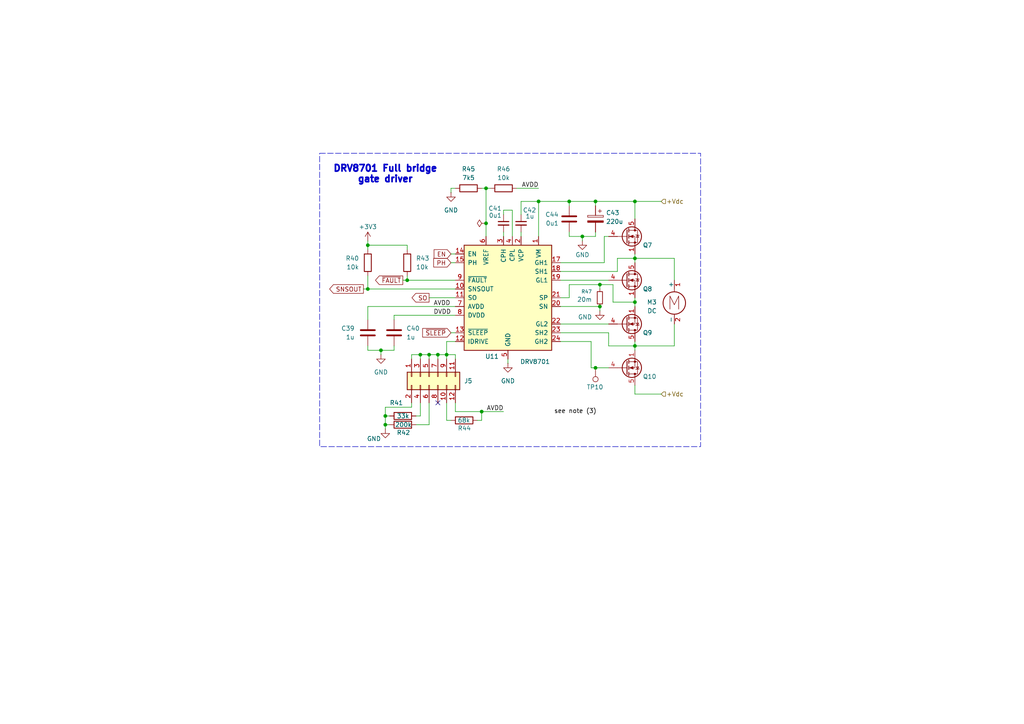
<source format=kicad_sch>
(kicad_sch (version 20250114) (generator "eeschema") (generator_version "9.0")
  (paper "A4")
  (title_block (title "Motor Power POC") (date "2025-11-30") (rev "01") (company "Rémi Ait-Younes"))
  (lib_symbols
    (symbol "Connector:TestPoint" (pin_numbers (hide yes)) (pin_names (offset 0.762) (hide yes))
      (property "Reference" "TP" (at 0 6.858 0))
      (property "Value" "TestPoint" (at 0 5.08 0))
      (symbol "TestPoint_0_1"
        (circle (center 0 3.302) (radius 0.762))
      )
      (symbol "TestPoint_1_1"
        (pin passive line (at 0 0 90) (length 2.54) (name "1") (number "1"))
      )
    )
    (symbol "Connector_Generic:Conn_02x06_Odd_Even" (pin_names (offset 1.016) (hide yes))
      (property "Reference" "J" (at 1.27 7.62 0))
      (property "Value" "Conn_02x06_Odd_Even" (at 1.27 -10.16 0))
      (symbol "Conn_02x06_Odd_Even_1_1"
        (rectangle (start -1.27 6.35) (end 3.81 -8.89) (stroke (width 0.254)) (fill (type background)))
        (rectangle (start -1.27 5.207) (end 0 4.953) (stroke (width 0.1524)))
        (rectangle (start -1.27 2.667) (end 0 2.413) (stroke (width 0.1524)))
        (rectangle (start -1.27 0.127) (end 0 -0.127) (stroke (width 0.1524)))
        (rectangle (start -1.27 -2.413) (end 0 -2.667) (stroke (width 0.1524)))
        (rectangle (start -1.27 -4.953) (end 0 -5.207) (stroke (width 0.1524)))
        (rectangle (start -1.27 -7.493) (end 0 -7.747) (stroke (width 0.1524)))
        (rectangle (start 3.81 5.207) (end 2.54 4.953) (stroke (width 0.1524)))
        (rectangle (start 3.81 2.667) (end 2.54 2.413) (stroke (width 0.1524)))
        (rectangle (start 3.81 0.127) (end 2.54 -0.127) (stroke (width 0.1524)))
        (rectangle (start 3.81 -2.413) (end 2.54 -2.667) (stroke (width 0.1524)))
        (rectangle (start 3.81 -4.953) (end 2.54 -5.207) (stroke (width 0.1524)))
        (rectangle (start 3.81 -7.493) (end 2.54 -7.747) (stroke (width 0.1524)))
        (pin passive line (at -5.08 5.08 0) (length 3.81) (name "Pin_1") (number "1"))
        (pin passive line (at -5.08 2.54 0) (length 3.81) (name "Pin_3") (number "3"))
        (pin passive line (at -5.08 0 0) (length 3.81) (name "Pin_5") (number "5"))
        (pin passive line (at -5.08 -2.54 0) (length 3.81) (name "Pin_7") (number "7"))
        (pin passive line (at -5.08 -5.08 0) (length 3.81) (name "Pin_9") (number "9"))
        (pin passive line (at -5.08 -7.62 0) (length 3.81) (name "Pin_11") (number "11"))
        (pin passive line (at 7.62 5.08 180) (length 3.81) (name "Pin_2") (number "2"))
        (pin passive line (at 7.62 2.54 180) (length 3.81) (name "Pin_4") (number "4"))
        (pin passive line (at 7.62 0 180) (length 3.81) (name "Pin_6") (number "6"))
        (pin passive line (at 7.62 -2.54 180) (length 3.81) (name "Pin_8") (number "8"))
        (pin passive line (at 7.62 -5.08 180) (length 3.81) (name "Pin_10") (number "10"))
        (pin passive line (at 7.62 -7.62 180) (length 3.81) (name "Pin_12") (number "12"))
      )
    )
    (symbol "Device:C" (pin_numbers (hide yes)) (pin_names (offset 0.254))
      (property "Reference" "C" (at 0.635 2.54 0))
      (property "Value" "C" (at 0.635 -2.54 0))
      (symbol "C_0_1"
        (polyline (pts (xy -2.032 0.762) (xy 2.032 0.762)) (stroke (width 0.508)))
        (polyline (pts (xy -2.032 -0.762) (xy 2.032 -0.762)) (stroke (width 0.508)))
      )
      (symbol "C_1_1"
        (pin passive line (at 0 3.81 270) (length 2.794) (name "~") (number "1"))
        (pin passive line (at 0 -3.81 90) (length 2.794) (name "~") (number "2"))
      )
    )
    (symbol "Device:C_Polarized" (pin_numbers (hide yes)) (pin_names (offset 0.254))
      (property "Reference" "C" (at 0.635 2.54 0))
      (property "Value" "C_Polarized" (at 0.635 -2.54 0))
      (symbol "C_Polarized_0_1"
        (rectangle (start -2.286 0.508) (end 2.286 1.016))
        (polyline (pts (xy -1.778 2.286) (xy -0.762 2.286)))
        (polyline (pts (xy -1.27 2.794) (xy -1.27 1.778)))
        (rectangle (start 2.286 -0.508) (end -2.286 -1.016) (fill (type outline)))
      )
      (symbol "C_Polarized_1_1"
        (pin passive line (at 0 3.81 270) (length 2.794) (name "~") (number "1"))
        (pin passive line (at 0 -3.81 90) (length 2.794) (name "~") (number "2"))
      )
    )
    (symbol "Device:C_Small" (pin_numbers (hide yes)) (pin_names (offset 0.254) (hide yes))
      (property "Reference" "C" (at 0.254 1.778 0))
      (property "Value" "C_Small" (at 0.254 -2.032 0))
      (symbol "C_Small_0_1"
        (polyline (pts (xy -1.524 0.508) (xy 1.524 0.508)) (stroke (width 0.3048)))
        (polyline (pts (xy -1.524 -0.508) (xy 1.524 -0.508)) (stroke (width 0.3302)))
      )
      (symbol "C_Small_1_1"
        (pin passive line (at 0 2.54 270) (length 2.032) (name "~") (number "1"))
        (pin passive line (at 0 -2.54 90) (length 2.032) (name "~") (number "2"))
      )
    )
    (symbol "Device:R" (pin_numbers (hide yes)) (pin_names (offset 0))
      (property "Reference" "R" (at 2.032 0 90))
      (property "Value" "R" (at 0 0 90))
      (symbol "R_0_1"
        (rectangle (start -1.016 -2.54) (end 1.016 2.54) (stroke (width 0.254)))
      )
      (symbol "R_1_1"
        (pin passive line (at 0 3.81 270) (length 1.27) (name "~") (number "1"))
        (pin passive line (at 0 -3.81 90) (length 1.27) (name "~") (number "2"))
      )
    )
    (symbol "Device:R_Small" (pin_numbers (hide yes)) (pin_names (offset 0.254) (hide yes))
      (property "Reference" "R" (at 0 0 90))
      (property "Value" "R_Small" (at 1.778 0 90))
      (symbol "R_Small_0_1"
        (rectangle (start -0.762 1.778) (end 0.762 -1.778) (stroke (width 0.2032)))
      )
      (symbol "R_Small_1_1"
        (pin passive line (at 0 2.54 270) (length 0.762) (name "~") (number "1"))
        (pin passive line (at 0 -2.54 90) (length 0.762) (name "~") (number "2"))
      )
    )
    (symbol "GLCS:DRV8701" (pin_names (offset 1.016))
      (property "Reference" "U" (at -10.668 -19.558 0))
      (property "Value" "DRV8701" (at 8.128 -19.558 0))
      (symbol "DRV8701_0_0"
        (pin input line (at -15.24 10.16 0) (length 2.54) (name "EN") (number "14"))
        (pin input line (at -15.24 7.62 0) (length 2.54) (name "PH") (number "15"))
        (pin open_collector line (at -15.24 2.54 0) (length 2.54) (name "~{FAULT}") (number "9"))
        (pin open_collector line (at -15.24 0 0) (length 2.54) (name "SNSOUT") (number "10"))
        (pin output line (at -15.24 -2.54 0) (length 2.54) (name "SO") (number "11"))
        (pin power_out line (at -15.24 -5.08 0) (length 2.54) (name "AVDD") (number "7"))
        (pin power_out line (at -15.24 -7.62 0) (length 2.54) (name "DVDD") (number "8"))
        (pin input line (at -15.24 -12.7 0) (length 2.54) (name "~{SLEEP}") (number "13"))
        (pin input line (at -15.24 -15.24 0) (length 2.54) (name "IDRIVE") (number "12"))
        (pin power_in line (at -6.35 15.24 270) (length 2.54) (name "VREF") (number "6"))
        (pin power_out line (at -1.27 15.24 270) (length 2.54) (name "CPH") (number "3"))
        (pin power_in line (at 0 -20.32 90) (length 2.54) (name "GND") (number "5"))
        (pin power_out line (at 1.27 15.24 270) (length 2.54) (name "CPL") (number "4"))
        (pin power_out line (at 3.81 15.24 270) (length 2.54) (name "VCP") (number "2"))
        (pin power_in line (at 8.89 15.24 270) (length 2.54) (name "VM") (number "1"))
        (pin output line (at 15.24 7.62 180) (length 2.54) (name "GH1") (number "17"))
        (pin output line (at 15.24 2.54 180) (length 2.54) (name "GL1") (number "19"))
        (pin input line (at 15.24 -2.54 180) (length 2.54) (name "SP") (number "21"))
        (pin input line (at 15.24 -5.08 180) (length 2.54) (name "SN") (number "20"))
        (pin output line (at 15.24 -10.16 180) (length 2.54) (name "GL2") (number "22"))
        (pin output line (at 15.24 -15.24 180) (length 2.54) (name "GH2") (number "24"))
      )
      (symbol "DRV8701_0_1"
        (rectangle (start -12.7 12.7) (end 12.7 -17.78) (stroke (width 0.254)) (fill (type background)))
      )
      (symbol "DRV8701_1_0"
        (pin power_in line (at 0 -20.32 90) (length 2.54) (hide yes) (name "GND") (number "16"))
        (pin power_in line (at 0 -20.32 90) (length 2.54) (hide yes) (name "GND") (number "25"))
        (pin input line (at 15.24 5.08 180) (length 2.54) (name "SH1") (number "18"))
        (pin input line (at 15.24 -12.7 180) (length 2.54) (name "SH2") (number "23"))
      )
    )
    (symbol "Motor:Motor_DC" (pin_names (offset 0))
      (property "Reference" "M" (at 2.54 2.54 0))
      (property "Value" "Motor_DC" (at 2.54 -5.08 0))
      (symbol "Motor_DC_0_0"
        (polyline (pts (xy -1.27 -3.302) (xy -1.27 0.508) (xy 0 -2.032) (xy 1.27 0.508) (xy 1.27 -3.302)))
      )
      (symbol "Motor_DC_0_1"
        (polyline (pts (xy 0 2.032) (xy 0 2.54)))
        (polyline (pts (xy 0 1.7272) (xy 0 2.0828)))
        (circle (center 0 -1.524) (radius 3.2512) (stroke (width 0.254)))
        (polyline (pts (xy 0 -4.7752) (xy 0 -5.1816)))
        (polyline (pts (xy 0 -7.62) (xy 0 -7.112)))
      )
      (symbol "Motor_DC_1_1"
        (pin passive line (at 0 5.08 270) (length 2.54) (name "+") (number "1"))
        (pin passive line (at 0 -7.62 90) (length 2.54) (name "-") (number "2"))
      )
    )
    (symbol "Transistor_FET:SiS454DN" (pin_names (hide yes))
      (property "Reference" "Q" (at 5.08 1.905 0))
      (property "Value" "SiS454DN" (at 5.08 0 0))
      (symbol "SiS454DN_0_1"
        (polyline (pts (xy 0.254 1.905) (xy 0.254 -1.905)) (stroke (width 0.254)))
        (polyline (pts (xy 0.254 0) (xy -2.54 0)))
        (polyline (pts (xy 0.762 2.286) (xy 0.762 1.27)) (stroke (width 0.254)))
        (polyline (pts (xy 0.762 0.508) (xy 0.762 -0.508)) (stroke (width 0.254)))
        (polyline (pts (xy 0.762 -1.27) (xy 0.762 -2.286)) (stroke (width 0.254)))
        (polyline (pts (xy 0.762 -1.778) (xy 3.302 -1.778) (xy 3.302 1.778) (xy 0.762 1.778)))
        (polyline (pts (xy 1.016 0) (xy 2.032 0.381) (xy 2.032 -0.381) (xy 1.016 0)) (fill (type outline)))
        (circle (center 1.651 0) (radius 2.794) (stroke (width 0.254)))
        (polyline (pts (xy 2.54 2.54) (xy 2.54 1.778)))
        (circle (center 2.54 1.778) (radius 0.254) (fill (type outline)))
        (circle (center 2.54 -1.778) (radius 0.254) (fill (type outline)))
        (polyline (pts (xy 2.54 -2.54) (xy 2.54 0) (xy 0.762 0)))
        (polyline (pts (xy 2.794 0.508) (xy 2.921 0.381) (xy 3.683 0.381) (xy 3.81 0.254)))
        (polyline (pts (xy 3.302 0.381) (xy 2.921 -0.254) (xy 3.683 -0.254) (xy 3.302 0.381)))
      )
      (symbol "SiS454DN_1_1"
        (pin input line (at -5.08 0 0) (length 2.54) (name "G") (number "4"))
        (pin passive line (at 2.54 5.08 270) (length 2.54) (name "D") (number "5"))
        (pin passive line (at 2.54 -5.08 90) (length 2.54) (name "S") (number "1"))
        (pin passive line (at 2.54 -5.08 90) (length 2.54) (hide yes) (name "S") (number "2"))
        (pin passive line (at 2.54 -5.08 90) (length 2.54) (hide yes) (name "S") (number "3"))
      )
    )
    (symbol "power:+3V3" (power) (pin_numbers (hide yes)) (pin_names (offset 0) (hide yes))
      (property "Value" "+3V3" (at 0 3.556 0))
      (symbol "+3V3_0_1"
        (polyline (pts (xy -0.762 1.27) (xy 0 2.54)))
        (polyline (pts (xy 0 2.54) (xy 0.762 1.27)))
        (polyline (pts (xy 0 0) (xy 0 2.54)))
      )
      (symbol "+3V3_1_1"
        (pin power_in line (at 0 0 90) (length 0) (name "~") (number "1"))
      )
    )
    (symbol "power:GND" (power) (pin_numbers (hide yes)) (pin_names (offset 0) (hide yes))
      (property "Value" "GND" (at 0 -3.81 0))
      (symbol "GND_0_1"
        (polyline (pts (xy 0 0) (xy 0 -1.27) (xy 1.27 -1.27) (xy 0 -2.54) (xy -1.27 -1.27) (xy 0 -1.27)))
      )
      (symbol "GND_1_1"
        (pin power_in line (at 0 0 270) (length 0) (name "~") (number "1"))
      )
    )
    (symbol "power:PWR_FLAG" (power) (pin_numbers (hide yes)) (pin_names (offset 0) (hide yes))
      (property "Value" "PWR_FLAG" (at 0 3.81 0))
      (symbol "PWR_FLAG_0_0"
        (pin power_out line (at 0 0 90) (length 0) (name "~") (number "1"))
      )
      (symbol "PWR_FLAG_0_1"
        (polyline (pts (xy 0 0) (xy 0 1.27) (xy -1.016 1.905) (xy 0 2.54) (xy 1.016 1.905) (xy 0 1.27)))
      )
    )
  )
  (rectangle (start 92.71 44.45) (end 203.2 129.54) (stroke (width 0) (type dash)))
  (text "see note (3)" (at 166.878 119.38 0) (effects (font (size 1.27 1.27))))
  (text "DRV8701 Full bridge\ngate driver" (at 111.76 50.546 0) (effects (font (size 1.905 1.905) (thickness 0.508) (bold yes))))
  (junction (at 106.68 71.12))
  (junction (at 111.76 123.19))
  (junction (at 165.1 58.42))
  (junction (at 168.91 68.58))
  (junction (at 111.76 120.65))
  (junction (at 184.15 87.63))
  (junction (at 173.99 88.9))
  (junction (at 156.21 58.42))
  (junction (at 106.68 83.82))
  (junction (at 118.11 81.28))
  (junction (at 140.97 64.77))
  (junction (at 184.15 58.42))
  (junction (at 127 102.87))
  (junction (at 129.54 102.87))
  (junction (at 121.92 102.87))
  (junction (at 184.15 100.33))
  (junction (at 124.46 102.87))
  (junction (at 140.97 54.61))
  (junction (at 184.15 74.93))
  (junction (at 173.99 82.55))
  (junction (at 110.49 101.6))
  (junction (at 139.7 119.38))
  (junction (at 172.72 106.68))
  (junction (at 172.72 58.42))
  (no_connect (at 127 116.84))
  (wire (pts (xy 127 102.87) (xy 127 104.14)))
  (wire (pts (xy 173.99 82.55) (xy 177.8 82.55)))
  (wire (pts (xy 129.54 116.84) (xy 129.54 121.92)))
  (wire (pts (xy 162.56 88.9) (xy 173.99 88.9)))
  (wire (pts (xy 195.58 81.28) (xy 195.58 74.93)))
  (wire (pts (xy 106.68 80.01) (xy 106.68 83.82)))
  (wire (pts (xy 184.15 100.33) (xy 184.15 101.6)))
  (wire (pts (xy 118.11 81.28) (xy 132.08 81.28)))
  (wire (pts (xy 121.92 120.65) (xy 121.92 116.84)))
  (wire (pts (xy 146.05 67.31) (xy 146.05 68.58)))
  (wire (pts (xy 191.77 114.3) (xy 184.15 114.3)))
  (wire (pts (xy 106.68 71.12) (xy 106.68 72.39)))
  (wire (pts (xy 140.97 64.77) (xy 140.97 68.58)))
  (wire (pts (xy 184.15 114.3) (xy 184.15 111.76)))
  (wire (pts (xy 139.7 54.61) (xy 140.97 54.61)))
  (wire (pts (xy 177.8 87.63) (xy 177.8 82.55)))
  (wire (pts (xy 124.46 102.87) (xy 121.92 102.87)))
  (wire (pts (xy 184.15 58.42) (xy 184.15 63.5)))
  (wire (pts (xy 147.32 104.14) (xy 147.32 105.41)))
  (wire (pts (xy 173.99 82.55) (xy 173.99 83.82)))
  (wire (pts (xy 139.7 119.38) (xy 146.05 119.38)))
  (wire (pts (xy 146.05 60.96) (xy 146.05 62.23)))
  (wire (pts (xy 110.49 101.6) (xy 106.68 101.6)))
  (wire (pts (xy 151.13 67.31) (xy 151.13 68.58)))
  (wire (pts (xy 156.21 58.42) (xy 165.1 58.42)))
  (wire (pts (xy 106.68 88.9) (xy 132.08 88.9)))
  (wire (pts (xy 121.92 102.87) (xy 119.38 102.87)))
  (wire (pts (xy 151.13 58.42) (xy 156.21 58.42)))
  (wire (pts (xy 162.56 81.28) (xy 176.53 81.28)))
  (wire (pts (xy 172.72 68.58) (xy 172.72 67.31)))
  (wire (pts (xy 148.59 68.58) (xy 148.59 60.96)))
  (wire (pts (xy 173.99 88.9) (xy 173.99 90.17)))
  (wire (pts (xy 119.38 116.84) (xy 119.38 118.11)))
  (wire (pts (xy 114.3 101.6) (xy 114.3 100.33)))
  (wire (pts (xy 129.54 99.06) (xy 132.08 99.06)))
  (wire (pts (xy 171.45 106.68) (xy 172.72 106.68)))
  (wire (pts (xy 111.76 120.65) (xy 111.76 123.19)))
  (wire (pts (xy 173.99 82.55) (xy 165.1 82.55)))
  (wire (pts (xy 172.72 106.68) (xy 176.53 106.68)))
  (wire (pts (xy 175.26 76.2) (xy 162.56 76.2)))
  (wire (pts (xy 129.54 99.06) (xy 129.54 102.87)))
  (wire (pts (xy 129.54 121.92) (xy 130.81 121.92)))
  (wire (pts (xy 184.15 87.63) (xy 184.15 88.9)))
  (wire (pts (xy 195.58 100.33) (xy 195.58 93.98)))
  (wire (pts (xy 165.1 58.42) (xy 165.1 59.69)))
  (wire (pts (xy 130.81 73.66) (xy 132.08 73.66)))
  (wire (pts (xy 148.59 60.96) (xy 146.05 60.96)))
  (wire (pts (xy 162.56 78.74) (xy 179.07 78.74)))
  (wire (pts (xy 130.81 54.61) (xy 132.08 54.61)))
  (wire (pts (xy 156.21 68.58) (xy 156.21 58.42)))
  (wire (pts (xy 184.15 99.06) (xy 184.15 100.33)))
  (wire (pts (xy 176.53 96.52) (xy 176.53 100.33)))
  (wire (pts (xy 175.26 68.58) (xy 175.26 76.2)))
  (wire (pts (xy 106.68 83.82) (xy 105.41 83.82)))
  (wire (pts (xy 111.76 118.11) (xy 119.38 118.11)))
  (wire (pts (xy 184.15 58.42) (xy 191.77 58.42)))
  (wire (pts (xy 162.56 96.52) (xy 176.53 96.52)))
  (wire (pts (xy 165.1 58.42) (xy 172.72 58.42)))
  (wire (pts (xy 184.15 73.66) (xy 184.15 74.93)))
  (wire (pts (xy 168.91 68.58) (xy 168.91 69.85)))
  (wire (pts (xy 184.15 87.63) (xy 177.8 87.63)))
  (wire (pts (xy 172.72 58.42) (xy 184.15 58.42)))
  (wire (pts (xy 179.07 78.74) (xy 179.07 74.93)))
  (wire (pts (xy 165.1 86.36) (xy 162.56 86.36)))
  (wire (pts (xy 106.68 83.82) (xy 132.08 83.82)))
  (wire (pts (xy 106.68 71.12) (xy 118.11 71.12)))
  (wire (pts (xy 139.7 121.92) (xy 139.7 119.38)))
  (wire (pts (xy 114.3 91.44) (xy 114.3 92.71)))
  (wire (pts (xy 184.15 100.33) (xy 195.58 100.33)))
  (wire (pts (xy 179.07 74.93) (xy 184.15 74.93)))
  (wire (pts (xy 195.58 74.93) (xy 184.15 74.93)))
  (wire (pts (xy 124.46 123.19) (xy 124.46 116.84)))
  (wire (pts (xy 130.81 96.52) (xy 132.08 96.52)))
  (wire (pts (xy 111.76 118.11) (xy 111.76 120.65)))
  (wire (pts (xy 171.45 99.06) (xy 171.45 106.68)))
  (wire (pts (xy 106.68 101.6) (xy 106.68 100.33)))
  (wire (pts (xy 130.81 55.88) (xy 130.81 54.61)))
  (wire (pts (xy 111.76 123.19) (xy 113.03 123.19)))
  (wire (pts (xy 138.43 121.92) (xy 139.7 121.92)))
  (wire (pts (xy 118.11 72.39) (xy 118.11 71.12)))
  (wire (pts (xy 118.11 81.28) (xy 118.11 80.01)))
  (wire (pts (xy 162.56 99.06) (xy 171.45 99.06)))
  (wire (pts (xy 176.53 100.33) (xy 184.15 100.33)))
  (wire (pts (xy 121.92 102.87) (xy 121.92 104.14)))
  (wire (pts (xy 114.3 101.6) (xy 110.49 101.6)))
  (wire (pts (xy 106.68 88.9) (xy 106.68 92.71)))
  (wire (pts (xy 119.38 102.87) (xy 119.38 104.14)))
  (wire (pts (xy 132.08 91.44) (xy 114.3 91.44)))
  (wire (pts (xy 156.21 54.61) (xy 149.86 54.61)))
  (wire (pts (xy 120.65 120.65) (xy 121.92 120.65)))
  (wire (pts (xy 151.13 62.23) (xy 151.13 58.42)))
  (wire (pts (xy 111.76 123.19) (xy 111.76 124.46)))
  (wire (pts (xy 176.53 68.58) (xy 175.26 68.58)))
  (wire (pts (xy 132.08 102.87) (xy 129.54 102.87)))
  (wire (pts (xy 124.46 86.36) (xy 132.08 86.36)))
  (wire (pts (xy 140.97 54.61) (xy 140.97 64.77)))
  (wire (pts (xy 140.97 54.61) (xy 142.24 54.61)))
  (wire (pts (xy 132.08 104.14) (xy 132.08 102.87)))
  (wire (pts (xy 116.84 81.28) (xy 118.11 81.28)))
  (wire (pts (xy 165.1 82.55) (xy 165.1 86.36)))
  (wire (pts (xy 132.08 116.84) (xy 132.08 119.38)))
  (wire (pts (xy 165.1 68.58) (xy 165.1 67.31)))
  (wire (pts (xy 130.81 76.2) (xy 132.08 76.2)))
  (wire (pts (xy 111.76 120.65) (xy 113.03 120.65)))
  (wire (pts (xy 120.65 123.19) (xy 124.46 123.19)))
  (wire (pts (xy 106.68 69.85) (xy 106.68 71.12)))
  (wire (pts (xy 110.49 101.6) (xy 110.49 102.87)))
  (wire (pts (xy 172.72 58.42) (xy 172.72 59.69)))
  (wire (pts (xy 168.91 68.58) (xy 165.1 68.58)))
  (wire (pts (xy 124.46 102.87) (xy 124.46 104.14)))
  (wire (pts (xy 127 102.87) (xy 124.46 102.87)))
  (wire (pts (xy 184.15 74.93) (xy 184.15 76.2)))
  (wire (pts (xy 168.91 68.58) (xy 172.72 68.58)))
  (wire (pts (xy 162.56 93.98) (xy 176.53 93.98)))
  (wire (pts (xy 132.08 119.38) (xy 139.7 119.38)))
  (wire (pts (xy 129.54 102.87) (xy 129.54 104.14)))
  (wire (pts (xy 184.15 86.36) (xy 184.15 87.63)))
  (wire (pts (xy 129.54 102.87) (xy 127 102.87)))
  (label "AVDD" (at 125.73 88.9 0))
  (label "DVDD" (at 125.73 91.44 0))
  (label "AVDD" (at 146.05 119.38 180))
  (label "AVDD" (at 156.21 54.61 180))
  (global_label "PH" (shape input) (at 130.81 76.2 180) (property "Intersheetrefs" "${INTERSHEET_REFS}" (effects (hide yes))))
  (global_label "~{SLEEP}" (shape input) (at 130.81 96.52 180) (property "Intersheetrefs" "${INTERSHEET_REFS}" (effects (hide yes))))
  (global_label "EN" (shape input) (at 130.81 73.66 180) (property "Intersheetrefs" "${INTERSHEET_REFS}" (effects (hide yes))))
  (global_label "SO" (shape output) (at 124.46 86.36 180) (property "Intersheetrefs" "${INTERSHEET_REFS}" (effects (hide yes))))
  (global_label "SNSOUT" (shape output) (at 105.41 83.82 180) (property "Intersheetrefs" "${INTERSHEET_REFS}" (effects (hide yes))))
  (global_label "~{FAULT}" (shape output) (at 116.84 81.28 180) (property "Intersheetrefs" "${INTERSHEET_REFS}" (effects (hide yes))))
  (hierarchical_label "+Vdc" (shape input) (at 191.77 58.42 0))
  (hierarchical_label "+Vdc" (shape input) (at 191.77 114.3 0))
  (symbol (lib_id "power:GND") (at 130.81 55.88 0) (unit 1)
    (property "Reference" "#PWR085" (effects (hide yes)))
    (property "Value" "GND" (at 130.81 60.96 0))
    (property "Description" "Power symbol creates a global label with name \"GND\" , ground" (effects (hide yes)))
  )
  (symbol (lib_id "Device:R") (at 146.05 54.61 90) (unit 1)
    (property "Reference" "R46" (at 146.05 49.022 90))
    (property "Value" "10k" (at 146.05 51.562 90))
    (property "Footprint" "Resistor_SMD:R_0402_1005Metric" (effects (hide yes)))
    (property "Description" "Resistor" (effects (hide yes)))
    (property "Basic" "Y" (effects (hide yes)))
    (property "JLCPCB Part #" "C25744" (effects (hide yes)))
    (property "Manufacturer" "Uniroyal Elec" (effects (hide yes)))
    (property "Manufacturer Part Number" "0402WGF1002TCE" (effects (hide yes)))
  )
  (symbol (lib_id "Device:C") (at 106.68 96.52 0) (unit 1)
    (property "Reference" "C39" (at 102.87 95.2499 0) (effects (justify right)))
    (property "Value" "1u" (at 102.87 97.7899 0) (effects (justify right)))
    (property "Footprint" "Capacitor_SMD:C_0402_1005Metric" (effects (hide yes)))
    (property "Description" "Unpolarized capacitor" (effects (hide yes)))
    (property "Basic" "Y" (effects (hide yes)))
    (property "JLCPCB Part #" "C52923" (effects (hide yes)))
    (property "Manufacturer" "Samsung Electro-Mechanics " (effects (hide yes)))
    (property "Manufacturer Part Number" "CL05A105KA5NQNC" (effects (hide yes)))
  )
  (symbol (lib_id "Motor:Motor_DC") (at 195.58 86.36 0) (mirror y) (unit 1) (in_bom no)
    (property "Reference" "M3" (at 190.5 87.6299 0) (effects (justify left)))
    (property "Value" "DC" (at 190.5 90.1699 0) (effects (justify left)))
    (property "Footprint" "TerminalBlock_Phoenix:TerminalBlock_Phoenix_MKDS-1,5-2-5.08_1x02_P5.08mm_Horizontal" (effects (hide yes)))
    (property "Description" "DC Motor" (effects (hide yes)))
  )
  (symbol (lib_id "Device:R") (at 116.84 123.19 270) (unit 1)
    (property "Reference" "R42" (at 115.062 125.476 90) (effects (justify left)))
    (property "Value" "200k" (at 114.554 123.19 90) (effects (justify left)))
    (property "Footprint" "Resistor_SMD:R_0402_1005Metric" (effects (hide yes)))
    (property "Description" "Resistor" (effects (hide yes)))
    (property "Basic" "Y" (effects (hide yes)))
    (property "JLCPCB Part #" "C25764" (effects (hide yes)))
    (property "Manufacturer" "Uniroyal Elec" (effects (hide yes)))
    (property "Manufacturer Part Number" "0402WGF2003TCE" (effects (hide yes)))
  )
  (symbol (lib_id "Transistor_FET:SiS454DN") (at 181.61 68.58 0) (unit 1)
    (property "Reference" "Q7" (at 186.436 71.12 0) (effects (justify left)))
    (property "Value" "Q_NMOS" (effects (hide yes)))
    (property "Footprint" "Package_SO:Vishay_PowerPAK_1212-8_Single" (effects (hide yes)))
    (property "Description" "N-MOSFET transistor" (effects (hide yes)))
    (property "Basic" "X" (effects (hide yes)))
    (property "JLCPCB Part #" "C111309" (effects (hide yes)))
    (property "Manufacturer" "Vishay Intertech" (effects (hide yes)))
    (property "Manufacturer Part Number" "SIS412DN-T1-GE3" (effects (hide yes)))
  )
  (symbol (lib_id "Device:C") (at 114.3 96.52 0) (mirror y) (unit 1)
    (property "Reference" "C40" (at 117.856 95.25 0) (effects (justify right)))
    (property "Value" "1u" (at 117.856 97.79 0) (effects (justify right)))
    (property "Footprint" "Capacitor_SMD:C_0402_1005Metric" (effects (hide yes)))
    (property "Description" "Unpolarized capacitor" (effects (hide yes)))
    (property "Basic" "Y" (effects (hide yes)))
    (property "JLCPCB Part #" "C52923" (effects (hide yes)))
    (property "Manufacturer" "Samsung Electro-Mechanics " (effects (hide yes)))
    (property "Manufacturer Part Number" "CL05A105KA5NQNC" (effects (hide yes)))
  )
  (symbol (lib_id "Device:C_Small") (at 151.13 64.77 0) (unit 1)
    (property "Reference" "C42" (at 151.638 60.96 0) (effects (justify left)))
    (property "Value" "1u" (at 152.4 62.738 0) (effects (justify left)))
    (property "Footprint" "Capacitor_SMD:C_0402_1005Metric" (effects (hide yes)))
    (property "Description" "Unpolarized capacitor, small symbol" (effects (hide yes)))
    (property "Basic" "Y" (effects (hide yes)))
    (property "JLCPCB Part #" "C52923" (effects (hide yes)))
    (property "Manufacturer" "Samsung Electro-Mechanics " (effects (hide yes)))
    (property "Manufacturer Part Number" "CL05A105KA5NQNC" (effects (hide yes)))
  )
  (symbol (lib_id "Device:R") (at 135.89 54.61 90) (unit 1)
    (property "Reference" "R45" (at 135.89 49.022 90))
    (property "Value" "7k5" (at 135.89 51.562 90))
    (property "Footprint" "Resistor_SMD:R_0603_1608Metric" (effects (hide yes)))
    (property "Description" "Resistor" (effects (hide yes)))
    (property "Basic" "Y" (effects (hide yes)))
    (property "JLCPCB Part #" "C23234" (effects (hide yes)))
    (property "Manufacturer" "Uniroyal Elec" (effects (hide yes)))
    (property "Manufacturer Part Number" "0603WAF7501T5E" (effects (hide yes)))
  )
  (symbol (lib_id "Device:C_Polarized") (at 172.72 63.5 0) (mirror y) (unit 1)
    (property "Reference" "C43" (at 175.768 61.722 0) (effects (justify right)))
    (property "Value" "220u" (at 175.768 64.262 0) (effects (justify right)))
    (property "Footprint" "Capacitor_SMD:CP_Elec_6.3x7.7" (effects (hide yes)))
    (property "Description" "Polarized capacitor" (effects (hide yes)))
    (property "Basic" "X" (effects (hide yes)))
    (property "JLCPCB Part #" "C46550411" (effects (hide yes)))
    (property "Manufacturer" "jieerrui" (effects (hide yes)))
    (property "Manufacturer Part Number" "JVJ35V220M6x8" (effects (hide yes)))
  )
  (symbol (lib_id "power:GND") (at 110.49 102.87 0) (unit 1)
    (property "Reference" "#PWR083" (effects (hide yes)))
    (property "Value" "GND" (at 110.49 107.95 0))
    (property "Description" "Power symbol creates a global label with name \"GND\" , ground" (effects (hide yes)))
  )
  (symbol (lib_id "Device:R_Small") (at 173.99 86.36 0) (mirror y) (unit 1)
    (property "Reference" "R47" (at 171.704 84.582 0) (effects (font (size 1.016 1.016)) (justify left)))
    (property "Value" "20m" (at 171.704 86.868 0) (effects (justify left)))
    (property "Footprint" "Resistor_SMD:R_2512_6332Metric" (effects (hide yes)))
    (property "Description" "Resistor, small symbol" (effects (hide yes)))
    (property "Basic" "X" (effects (hide yes)))
    (property "JLCPCB Part #" "C5375467" (effects (hide yes)))
    (property "Manufacturer" "Milliohm" (effects (hide yes)))
    (property "Manufacturer Part Number" "HoYLR2512-3W-20mR-1%" (effects (hide yes)))
  )
  (symbol (lib_id "Device:R") (at 134.62 121.92 90) (unit 1)
    (property "Reference" "R44" (at 136.652 124.206 90) (effects (justify left)))
    (property "Value" "68k" (at 136.398 121.92 90) (effects (justify left)))
    (property "Footprint" "Resistor_SMD:R_0402_1005Metric" (effects (hide yes)))
    (property "Description" "Resistor" (effects (hide yes)))
    (property "Basic" "Y" (effects (hide yes)))
    (property "JLCPCB Part #" "C36871" (effects (hide yes)))
    (property "Manufacturer" "Uniroyal Elec" (effects (hide yes)))
    (property "Manufacturer Part Number" "0402WGF6802TCE" (effects (hide yes)))
  )
  (symbol (lib_id "Connector_Generic:Conn_02x06_Odd_Even") (at 124.46 109.22 90) (mirror x) (unit 1) (in_bom no)
    (property "Reference" "J5" (at 134.62 110.4899 90) (effects (justify right)))
    (property "Value" "Conn_02x06_Counter_Clockwise" (effects (hide yes)))
    (property "Footprint" "Connector_PinHeader_2.54mm:PinHeader_2x06_P2.54mm_Vertical" (effects (hide yes)))
    (property "Description" "Generic connector, double row, 02x06, odd/even pin numbering scheme (row 1 odd numbers, row 2 even numbers), script generated (kicad-library-utils/schlib/autogen/connector/)" (effects (hide yes)))
  )
  (symbol (lib_id "power:GND") (at 111.76 124.46 0) (unit 1)
    (property "Reference" "#PWR084" (effects (hide yes)))
    (property "Value" "GND" (at 108.458 127.254 0))
    (property "Description" "Power symbol creates a global label with name \"GND\" , ground" (effects (hide yes)))
  )
  (symbol (lib_id "Device:R") (at 116.84 120.65 270) (unit 1)
    (property "Reference" "R41" (at 113.03 116.84 90) (effects (justify left)))
    (property "Value" "33k" (at 115.062 120.65 90) (effects (justify left)))
    (property "Footprint" "Resistor_SMD:R_0402_1005Metric" (effects (hide yes)))
    (property "Description" "Resistor" (effects (hide yes)))
    (property "Basic" "Y" (effects (hide yes)))
    (property "JLCPCB Part #" "C25779" (effects (hide yes)))
    (property "Manufacturer" "Uniroyal Elec" (effects (hide yes)))
    (property "Manufacturer Part Number" "0402WGF3302TCE" (effects (hide yes)))
  )
  (symbol (lib_id "Device:C") (at 165.1 63.5 0) (mirror y) (unit 1)
    (property "Reference" "C44" (at 162.052 62.23 0) (effects (justify left)))
    (property "Value" "0u1" (at 162.052 64.77 0) (effects (justify left)))
    (property "Footprint" "Capacitor_SMD:C_0402_1005Metric" (effects (hide yes)))
    (property "Description" "Unpolarized capacitor" (effects (hide yes)))
    (property "Manufacturer" "Samsung Electro-Mechanics " (effects (hide yes)))
    (property "Manufacturer Part Number" "CL05B104KB54PNC" (effects (hide yes)))
    (property "Basic" "Y" (effects (hide yes)))
    (property "JLCPCB Part #" "C307331" (effects (hide yes)))
  )
  (symbol (lib_id "Device:R") (at 118.11 76.2 0) (unit 1)
    (property "Reference" "R43" (at 120.65 74.9299 0) (effects (justify left)))
    (property "Value" "10k" (at 120.65 77.4699 0) (effects (justify left)))
    (property "Footprint" "Resistor_SMD:R_0402_1005Metric" (effects (hide yes)))
    (property "Description" "Resistor" (effects (hide yes)))
    (property "Basic" "Y" (effects (hide yes)))
    (property "JLCPCB Part #" "C25744" (effects (hide yes)))
    (property "Manufacturer" "Uniroyal Elec" (effects (hide yes)))
    (property "Manufacturer Part Number" "0402WGF1002TCE" (effects (hide yes)))
  )
  (symbol (lib_id "Transistor_FET:SiS454DN") (at 181.61 93.98 0) (mirror x) (unit 1)
    (property "Reference" "Q9" (at 186.436 96.5202 0) (effects (justify left)))
    (property "Value" "Q_NMOS" (effects (hide yes)))
    (property "Footprint" "Package_SO:Vishay_PowerPAK_1212-8_Single" (effects (hide yes)))
    (property "Description" "N-MOSFET transistor" (effects (hide yes)))
    (property "Basic" "X" (effects (hide yes)))
    (property "JLCPCB Part #" "C111309" (effects (hide yes)))
    (property "Manufacturer" "Vishay Intertech" (effects (hide yes)))
    (property "Manufacturer Part Number" "SIS412DN-T1-GE3" (effects (hide yes)))
  )
  (symbol (lib_id "Device:C_Small") (at 146.05 64.77 0) (mirror y) (unit 1)
    (property "Reference" "C41" (at 145.542 60.452 0) (effects (justify left)))
    (property "Value" "0u1" (at 145.542 62.484 0) (effects (justify left)))
    (property "Footprint" "Capacitor_SMD:C_0402_1005Metric" (effects (hide yes)))
    (property "Description" "Unpolarized capacitor, small symbol" (effects (hide yes)))
    (property "Basic" "Y" (effects (hide yes)))
    (property "JLCPCB Part #" "C307331" (effects (hide yes)))
    (property "Manufacturer" "Samsung Electro-Mechanics " (effects (hide yes)))
    (property "Manufacturer Part Number" "CL05B104KB54PNC" (effects (hide yes)))
  )
  (symbol (lib_id "power:GND") (at 173.99 90.17 0) (unit 1)
    (property "Reference" "#PWR088" (effects (hide yes)))
    (property "Value" "GND" (at 169.672 91.948 0))
    (property "Description" "Power symbol creates a global label with name \"GND\" , ground" (effects (hide yes)))
  )
  (symbol (lib_id "Transistor_FET:SiS454DN") (at 181.61 106.68 0) (mirror x) (unit 1)
    (property "Reference" "Q10" (at 186.436 109.2202 0) (effects (justify left)))
    (property "Value" "Q_NMOS" (effects (hide yes)))
    (property "Footprint" "Package_SO:Vishay_PowerPAK_1212-8_Single" (effects (hide yes)))
    (property "Description" "N-MOSFET transistor" (effects (hide yes)))
    (property "Basic" "X" (effects (hide yes)))
    (property "JLCPCB Part #" "C111309" (effects (hide yes)))
    (property "Manufacturer" "Vishay Intertech" (effects (hide yes)))
    (property "Manufacturer Part Number" "SIS412DN-T1-GE3" (effects (hide yes)))
  )
  (symbol (lib_id "Connector:TestPoint") (at 172.72 106.68 180) (unit 1)
    (property "Reference" "TP10" (at 175.006 112.268 0) (effects (justify left)))
    (property "Value" "TestPoint" (effects (hide yes)))
    (property "Footprint" "GLCS:TestPoint_Keystone_5015_Micro_Mini" (effects (hide yes)))
    (property "Description" "test point" (effects (hide yes)))
    (property "Basic" "X" (effects (hide yes)))
    (property "JLCPCB Part #" "C2906768" (effects (hide yes)))
    (property "Manufacturer" "Keystone" (effects (hide yes)))
    (property "Manufacturer Part Number" "5015" (effects (hide yes)))
  )
  (symbol (lib_id "power:GND") (at 168.91 69.85 0) (unit 1)
    (property "Reference" "#PWR087" (effects (hide yes)))
    (property "Value" "GND" (at 166.878 73.914 0) (effects (justify left)))
    (property "Description" "Power symbol creates a global label with name \"GND\" , ground" (effects (hide yes)))
  )
  (symbol (lib_id "Transistor_FET:SiS454DN") (at 181.61 81.28 0) (unit 1)
    (property "Reference" "Q8" (at 186.436 83.82 0) (effects (justify left)))
    (property "Value" "Q_NMOS" (effects (hide yes)))
    (property "Footprint" "Package_SO:Vishay_PowerPAK_1212-8_Single" (effects (hide yes)))
    (property "Description" "N-MOSFET transistor" (effects (hide yes)))
    (property "Basic" "X" (effects (hide yes)))
    (property "JLCPCB Part #" "C111309" (effects (hide yes)))
    (property "Manufacturer" "Vishay Intertech" (effects (hide yes)))
    (property "Manufacturer Part Number" "SIS412DN-T1-GE3" (effects (hide yes)))
  )
  (symbol (lib_id "Device:R") (at 106.68 76.2 0) (unit 1)
    (property "Reference" "R40" (at 104.14 74.9299 0) (effects (justify right)))
    (property "Value" "10k" (at 104.14 77.4699 0) (effects (justify right)))
    (property "Footprint" "Resistor_SMD:R_0402_1005Metric" (effects (hide yes)))
    (property "Description" "Resistor" (effects (hide yes)))
    (property "Basic" "Y" (effects (hide yes)))
    (property "JLCPCB Part #" "C25744" (effects (hide yes)))
    (property "Manufacturer" "Uniroyal Elec" (effects (hide yes)))
    (property "Manufacturer Part Number" "0402WGF1002TCE" (effects (hide yes)))
  )
  (symbol (lib_id "power:GND") (at 147.32 105.41 0) (unit 1)
    (property "Reference" "#PWR086" (effects (hide yes)))
    (property "Value" "GND" (at 147.32 110.49 0))
    (property "Description" "Power symbol creates a global label with name \"GND\" , ground" (effects (hide yes)))
  )
  (symbol (lib_id "GLCS:DRV8701") (at 147.32 83.82 0) (unit 1)
    (property "Reference" "U11" (at 140.716 103.378 0) (effects (justify left)))
    (property "Value" "DRV8701" (at 150.876 104.902 0) (effects (justify left)))
    (property "Footprint" "Package_DFN_QFN:Texas_RGE0024H_VQFN-24-1EP_4x4mm_P0.5mm_EP2.7x2.7mm_ThermalVias" (effects (hide yes)))
    (property "Datasheet" "http://www.ti.com/lit/ds/symlink/drv8701.pdf" (effects (hide yes)))
    (property "Description" "47V H-Bridge motor driver, PH/EN controlled, single brushed DC,  VQFN-24" (effects (hide yes)))
    (property "Basic" "X" (effects (hide yes)))
    (property "JLCPCB Part #" "C90964" (effects (hide yes)))
    (property "Manufacturer" "Texas Instruments" (effects (hide yes)))
    (property "Manufacturer Part Number" "DRV8701ERGER" (effects (hide yes)))
  )
  (symbol (lib_id "power:PWR_FLAG") (at 140.97 64.77 90) (unit 1)
    (property "Reference" "#FLG010" (effects (hide yes)))
    (property "Value" "PWR_FLAG" (effects (hide yes)))
    (property "Description" "Special symbol for telling ERC where power comes from" (effects (hide yes)))
  )
  (symbol (lib_id "power:+3V3") (at 106.68 69.85 0) (unit 1)
    (property "Reference" "#PWR082" (effects (hide yes)))
    (property "Value" "+3V3" (at 106.68 65.786 0))
    (property "Description" "Power symbol creates a global label with name \"+3V3\"" (effects (hide yes)))
  )
)
</source>
